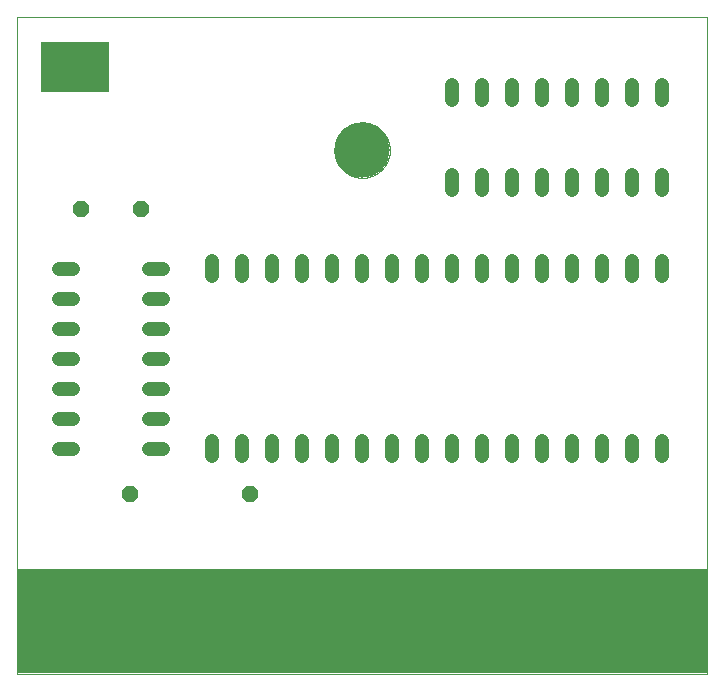
<source format=gts>
G75*
%MOIN*%
%OFA0B0*%
%FSLAX24Y24*%
%IPPOS*%
%LPD*%
%AMOC8*
5,1,8,0,0,1.08239X$1,22.5*
%
%ADD10C,0.0000*%
%ADD11C,0.1850*%
%ADD12R,0.2250X0.1688*%
%ADD13R,2.3000X0.3500*%
%ADD14OC8,0.0560*%
%ADD15C,0.0480*%
%ADD16R,0.0748X0.3150*%
D10*
X000100Y000100D02*
X000100Y021998D01*
X023100Y021998D01*
X023100Y000100D01*
X000100Y000100D01*
X010671Y017547D02*
X010673Y017607D01*
X010679Y017668D01*
X010689Y017727D01*
X010703Y017786D01*
X010720Y017844D01*
X010741Y017901D01*
X010766Y017956D01*
X010795Y018009D01*
X010827Y018061D01*
X010862Y018110D01*
X010901Y018157D01*
X010942Y018201D01*
X010986Y018242D01*
X011033Y018281D01*
X011082Y018316D01*
X011133Y018348D01*
X011187Y018377D01*
X011242Y018402D01*
X011299Y018423D01*
X011357Y018440D01*
X011416Y018454D01*
X011475Y018464D01*
X011536Y018470D01*
X011596Y018472D01*
X011656Y018470D01*
X011717Y018464D01*
X011776Y018454D01*
X011835Y018440D01*
X011893Y018423D01*
X011950Y018402D01*
X012005Y018377D01*
X012058Y018348D01*
X012110Y018316D01*
X012159Y018281D01*
X012206Y018242D01*
X012250Y018201D01*
X012291Y018157D01*
X012330Y018110D01*
X012365Y018061D01*
X012397Y018010D01*
X012426Y017956D01*
X012451Y017901D01*
X012472Y017844D01*
X012489Y017786D01*
X012503Y017727D01*
X012513Y017668D01*
X012519Y017607D01*
X012521Y017547D01*
X012519Y017487D01*
X012513Y017426D01*
X012503Y017367D01*
X012489Y017308D01*
X012472Y017250D01*
X012451Y017193D01*
X012426Y017138D01*
X012397Y017085D01*
X012365Y017033D01*
X012330Y016984D01*
X012291Y016937D01*
X012250Y016893D01*
X012206Y016852D01*
X012159Y016813D01*
X012110Y016778D01*
X012059Y016746D01*
X012005Y016717D01*
X011950Y016692D01*
X011893Y016671D01*
X011835Y016654D01*
X011776Y016640D01*
X011717Y016630D01*
X011656Y016624D01*
X011596Y016622D01*
X011536Y016624D01*
X011475Y016630D01*
X011416Y016640D01*
X011357Y016654D01*
X011299Y016671D01*
X011242Y016692D01*
X011187Y016717D01*
X011134Y016746D01*
X011082Y016778D01*
X011033Y016813D01*
X010986Y016852D01*
X010942Y016893D01*
X010901Y016937D01*
X010862Y016984D01*
X010827Y017033D01*
X010795Y017084D01*
X010766Y017138D01*
X010741Y017193D01*
X010720Y017250D01*
X010703Y017308D01*
X010689Y017367D01*
X010679Y017426D01*
X010673Y017487D01*
X010671Y017547D01*
D11*
X011596Y017547D03*
D12*
X002038Y020319D03*
D13*
X011600Y001850D03*
D14*
X007850Y006100D03*
X003850Y006100D03*
X004225Y015600D03*
X002225Y015600D03*
D15*
X001965Y013600D02*
X001485Y013600D01*
X001485Y012600D02*
X001965Y012600D01*
X001965Y011600D02*
X001485Y011600D01*
X001485Y010600D02*
X001965Y010600D01*
X001965Y009600D02*
X001485Y009600D01*
X001485Y008600D02*
X001965Y008600D01*
X001965Y007600D02*
X001485Y007600D01*
X004485Y007600D02*
X004965Y007600D01*
X004965Y008600D02*
X004485Y008600D01*
X004485Y009600D02*
X004965Y009600D01*
X004965Y010600D02*
X004485Y010600D01*
X004485Y011600D02*
X004965Y011600D01*
X004965Y012600D02*
X004485Y012600D01*
X004485Y013600D02*
X004965Y013600D01*
X006600Y013360D02*
X006600Y013840D01*
X007600Y013840D02*
X007600Y013360D01*
X008600Y013360D02*
X008600Y013840D01*
X009600Y013840D02*
X009600Y013360D01*
X010600Y013360D02*
X010600Y013840D01*
X011600Y013840D02*
X011600Y013360D01*
X012600Y013360D02*
X012600Y013840D01*
X013600Y013840D02*
X013600Y013360D01*
X014600Y013360D02*
X014600Y013840D01*
X015600Y013840D02*
X015600Y013360D01*
X016600Y013360D02*
X016600Y013840D01*
X017600Y013840D02*
X017600Y013360D01*
X018600Y013360D02*
X018600Y013840D01*
X019600Y013840D02*
X019600Y013360D01*
X020600Y013360D02*
X020600Y013840D01*
X021600Y013840D02*
X021600Y013360D01*
X021600Y016235D02*
X021600Y016715D01*
X020600Y016715D02*
X020600Y016235D01*
X019600Y016235D02*
X019600Y016715D01*
X018600Y016715D02*
X018600Y016235D01*
X017600Y016235D02*
X017600Y016715D01*
X016600Y016715D02*
X016600Y016235D01*
X015600Y016235D02*
X015600Y016715D01*
X014600Y016715D02*
X014600Y016235D01*
X014600Y019235D02*
X014600Y019715D01*
X015600Y019715D02*
X015600Y019235D01*
X016600Y019235D02*
X016600Y019715D01*
X017600Y019715D02*
X017600Y019235D01*
X018600Y019235D02*
X018600Y019715D01*
X019600Y019715D02*
X019600Y019235D01*
X020600Y019235D02*
X020600Y019715D01*
X021600Y019715D02*
X021600Y019235D01*
X021600Y007840D02*
X021600Y007360D01*
X020600Y007360D02*
X020600Y007840D01*
X019600Y007840D02*
X019600Y007360D01*
X018600Y007360D02*
X018600Y007840D01*
X017600Y007840D02*
X017600Y007360D01*
X016600Y007360D02*
X016600Y007840D01*
X015600Y007840D02*
X015600Y007360D01*
X014600Y007360D02*
X014600Y007840D01*
X013600Y007840D02*
X013600Y007360D01*
X012600Y007360D02*
X012600Y007840D01*
X011600Y007840D02*
X011600Y007360D01*
X010600Y007360D02*
X010600Y007840D01*
X009600Y007840D02*
X009600Y007360D01*
X008600Y007360D02*
X008600Y007840D01*
X007600Y007840D02*
X007600Y007360D01*
X006600Y007360D02*
X006600Y007840D01*
D16*
X006100Y001913D03*
X007100Y001913D03*
X008100Y001913D03*
X009100Y001913D03*
X010100Y001913D03*
X011100Y001913D03*
X012100Y001913D03*
X013100Y001913D03*
X014100Y001913D03*
X015100Y001913D03*
X016100Y001913D03*
X017100Y001913D03*
X018100Y001913D03*
X019100Y001913D03*
X020100Y001913D03*
X021100Y001913D03*
X022100Y001913D03*
X005100Y001913D03*
X004100Y001913D03*
X003100Y001913D03*
X002100Y001913D03*
X001100Y001913D03*
M02*

</source>
